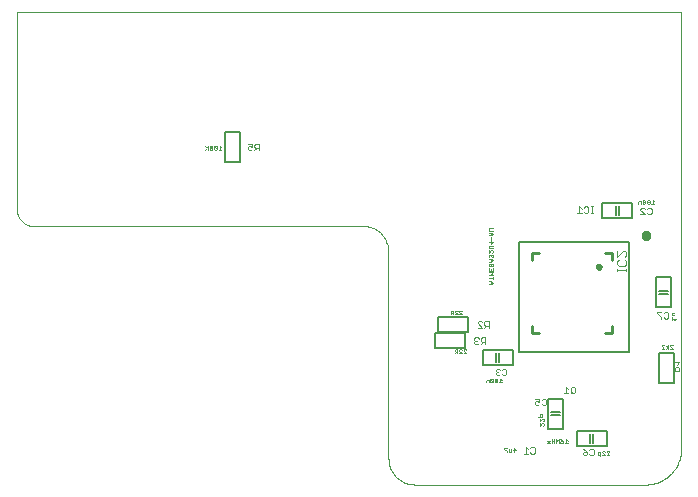
<source format=gbo>
G75*
%MOIN*%
%OFA0B0*%
%FSLAX24Y24*%
%IPPOS*%
%LPD*%
%AMOC8*
5,1,8,0,0,1.08239X$1,22.5*
%
%ADD10C,0.0039*%
%ADD11C,0.0020*%
%ADD12C,0.0030*%
%ADD13C,0.0050*%
%ADD14C,0.0040*%
%ADD15C,0.0079*%
%ADD16C,0.0157*%
%ADD17C,0.0100*%
D10*
X000639Y008800D02*
X011639Y008800D01*
X011696Y008798D01*
X011753Y008793D01*
X011810Y008783D01*
X011865Y008770D01*
X011920Y008754D01*
X011974Y008733D01*
X012026Y008710D01*
X012077Y008683D01*
X012125Y008653D01*
X012172Y008619D01*
X012216Y008583D01*
X012258Y008544D01*
X012297Y008502D01*
X012333Y008458D01*
X012367Y008411D01*
X012397Y008363D01*
X012424Y008312D01*
X012447Y008260D01*
X012468Y008206D01*
X012484Y008151D01*
X012497Y008096D01*
X012507Y008039D01*
X012512Y007982D01*
X012514Y007925D01*
X012514Y001050D01*
X012516Y000993D01*
X012521Y000936D01*
X012531Y000879D01*
X012544Y000824D01*
X012560Y000769D01*
X012581Y000715D01*
X012604Y000663D01*
X012631Y000613D01*
X012661Y000564D01*
X012695Y000517D01*
X012731Y000473D01*
X012770Y000431D01*
X012812Y000392D01*
X012856Y000356D01*
X012903Y000322D01*
X012952Y000292D01*
X013002Y000265D01*
X013054Y000242D01*
X013108Y000221D01*
X013163Y000205D01*
X013218Y000192D01*
X013275Y000182D01*
X013332Y000177D01*
X013389Y000175D01*
X021014Y000175D01*
X022264Y001300D02*
X022264Y015925D01*
X000139Y015925D01*
X000139Y009300D01*
X000141Y009256D01*
X000147Y009213D01*
X000156Y009171D01*
X000169Y009129D01*
X000186Y009089D01*
X000206Y009050D01*
X000229Y009013D01*
X000256Y008979D01*
X000285Y008946D01*
X000318Y008917D01*
X000352Y008890D01*
X000389Y008867D01*
X000428Y008847D01*
X000468Y008830D01*
X000510Y008817D01*
X000552Y008808D01*
X000595Y008802D01*
X000639Y008800D01*
X021015Y000176D02*
X021081Y000174D01*
X021148Y000176D01*
X021214Y000182D01*
X021280Y000192D01*
X021346Y000205D01*
X021410Y000222D01*
X021474Y000242D01*
X021536Y000266D01*
X021597Y000294D01*
X021656Y000324D01*
X021713Y000358D01*
X021768Y000396D01*
X021822Y000436D01*
X021872Y000479D01*
X021921Y000525D01*
X021966Y000574D01*
X022009Y000625D01*
X022049Y000678D01*
X022086Y000734D01*
X022120Y000792D01*
X022150Y000851D01*
X022177Y000912D01*
X022201Y000974D01*
X022221Y001038D01*
X022237Y001103D01*
X022250Y001168D01*
X022259Y001234D01*
X022264Y001301D01*
D11*
X019358Y001337D02*
X019358Y001190D01*
X019322Y001154D01*
X019248Y001154D01*
X019211Y001190D01*
X019137Y001190D02*
X019101Y001154D01*
X019027Y001154D01*
X018990Y001190D01*
X018990Y001227D01*
X019027Y001264D01*
X019137Y001264D01*
X019137Y001190D01*
X019137Y001264D02*
X019064Y001337D01*
X018990Y001374D01*
X019211Y001337D02*
X019248Y001374D01*
X019322Y001374D01*
X019358Y001337D01*
X017769Y002851D02*
X017733Y002814D01*
X017659Y002814D01*
X017622Y002851D01*
X017548Y002851D02*
X017512Y002814D01*
X017438Y002814D01*
X017401Y002851D01*
X017401Y002924D01*
X017438Y002961D01*
X017475Y002961D01*
X017548Y002924D01*
X017548Y003034D01*
X017401Y003034D01*
X017622Y002998D02*
X017659Y003034D01*
X017733Y003034D01*
X017769Y002998D01*
X017769Y002851D01*
X018364Y003216D02*
X018510Y003216D01*
X018437Y003216D02*
X018437Y003436D01*
X018510Y003362D01*
X018585Y003399D02*
X018585Y003252D01*
X018621Y003216D01*
X018695Y003216D01*
X018731Y003252D01*
X018731Y003399D01*
X018695Y003436D01*
X018621Y003436D01*
X018585Y003399D01*
X018658Y003289D02*
X018585Y003216D01*
X017351Y001428D02*
X017388Y001391D01*
X017388Y001244D01*
X017351Y001208D01*
X017278Y001208D01*
X017241Y001244D01*
X017167Y001208D02*
X017020Y001208D01*
X017093Y001208D02*
X017093Y001428D01*
X017167Y001354D01*
X017241Y001391D02*
X017278Y001428D01*
X017351Y001428D01*
X015744Y004859D02*
X015744Y005079D01*
X015634Y005079D01*
X015597Y005042D01*
X015597Y004969D01*
X015634Y004932D01*
X015744Y004932D01*
X015671Y004932D02*
X015597Y004859D01*
X015523Y004896D02*
X015486Y004859D01*
X015413Y004859D01*
X015376Y004896D01*
X015376Y004932D01*
X015413Y004969D01*
X015450Y004969D01*
X015413Y004969D02*
X015376Y005006D01*
X015376Y005042D01*
X015413Y005079D01*
X015486Y005079D01*
X015523Y005042D01*
X015482Y005400D02*
X015628Y005400D01*
X015482Y005547D01*
X015482Y005583D01*
X015518Y005620D01*
X015592Y005620D01*
X015628Y005583D01*
X015703Y005583D02*
X015703Y005510D01*
X015739Y005473D01*
X015849Y005473D01*
X015776Y005473D02*
X015703Y005400D01*
X015849Y005400D02*
X015849Y005620D01*
X015739Y005620D01*
X015703Y005583D01*
X018808Y009223D02*
X018954Y009223D01*
X018881Y009223D02*
X018881Y009443D01*
X018954Y009369D01*
X019029Y009406D02*
X019065Y009443D01*
X019139Y009443D01*
X019175Y009406D01*
X019175Y009259D01*
X019139Y009223D01*
X019065Y009223D01*
X019029Y009259D01*
X019249Y009223D02*
X019323Y009223D01*
X019286Y009223D02*
X019286Y009443D01*
X019323Y009443D02*
X019249Y009443D01*
X020915Y009373D02*
X020952Y009409D01*
X021025Y009409D01*
X021062Y009373D01*
X021136Y009373D02*
X021173Y009409D01*
X021246Y009409D01*
X021283Y009373D01*
X021283Y009226D01*
X021246Y009189D01*
X021173Y009189D01*
X021136Y009226D01*
X021062Y009189D02*
X020915Y009189D01*
X020915Y009336D02*
X020915Y009373D01*
X020915Y009336D02*
X021062Y009189D01*
X021463Y005927D02*
X021463Y005890D01*
X021610Y005743D01*
X021610Y005706D01*
X021684Y005743D02*
X021721Y005706D01*
X021794Y005706D01*
X021831Y005743D01*
X021831Y005890D01*
X021794Y005927D01*
X021721Y005927D01*
X021684Y005890D01*
X021610Y005927D02*
X021463Y005927D01*
X021993Y004319D02*
X021993Y004172D01*
X021993Y004245D02*
X022213Y004245D01*
X022140Y004172D01*
X022176Y004098D02*
X022103Y004098D01*
X022066Y004061D01*
X022066Y003951D01*
X021993Y003951D02*
X022213Y003951D01*
X022213Y004061D01*
X022176Y004098D01*
X022066Y004024D02*
X021993Y004098D01*
X008192Y011310D02*
X008192Y011530D01*
X008082Y011530D01*
X008045Y011493D01*
X008045Y011420D01*
X008082Y011383D01*
X008192Y011383D01*
X008118Y011383D02*
X008045Y011310D01*
X007971Y011347D02*
X007934Y011310D01*
X007861Y011310D01*
X007824Y011347D01*
X007824Y011420D01*
X007861Y011457D01*
X007897Y011457D01*
X007971Y011420D01*
X007971Y011530D01*
X007824Y011530D01*
D12*
X006937Y011427D02*
X006894Y011470D01*
X006894Y011340D01*
X006937Y011340D02*
X006850Y011340D01*
X006790Y011362D02*
X006703Y011448D01*
X006703Y011362D01*
X006724Y011340D01*
X006768Y011340D01*
X006790Y011362D01*
X006790Y011448D01*
X006768Y011470D01*
X006724Y011470D01*
X006703Y011448D01*
X006642Y011448D02*
X006621Y011470D01*
X006577Y011470D01*
X006555Y011448D01*
X006642Y011362D01*
X006621Y011340D01*
X006577Y011340D01*
X006555Y011362D01*
X006555Y011448D01*
X006495Y011470D02*
X006495Y011340D01*
X006495Y011383D02*
X006408Y011470D01*
X006473Y011405D02*
X006408Y011340D01*
X006642Y011362D02*
X006642Y011448D01*
X014584Y005953D02*
X014584Y005910D01*
X014605Y005888D01*
X014670Y005888D01*
X014627Y005888D02*
X014584Y005845D01*
X014670Y005845D02*
X014670Y005975D01*
X014605Y005975D01*
X014584Y005953D01*
X014731Y005953D02*
X014753Y005975D01*
X014796Y005975D01*
X014818Y005953D01*
X014878Y005953D02*
X014900Y005975D01*
X014943Y005975D01*
X014965Y005953D01*
X014878Y005953D02*
X014878Y005932D01*
X014965Y005845D01*
X014878Y005845D01*
X014818Y005845D02*
X014731Y005932D01*
X014731Y005953D01*
X014731Y005845D02*
X014818Y005845D01*
X015855Y006864D02*
X015942Y006864D01*
X015985Y006908D01*
X015942Y006951D01*
X015855Y006951D01*
X015920Y006951D02*
X015920Y006864D01*
X015985Y007012D02*
X015985Y007098D01*
X015985Y007055D02*
X015855Y007055D01*
X015855Y007159D02*
X015985Y007159D01*
X015942Y007202D01*
X015985Y007246D01*
X015855Y007246D01*
X015855Y007306D02*
X015855Y007393D01*
X015877Y007454D02*
X015855Y007475D01*
X015855Y007519D01*
X015877Y007540D01*
X015920Y007540D01*
X015920Y007497D01*
X015963Y007454D02*
X015877Y007454D01*
X015963Y007454D02*
X015985Y007475D01*
X015985Y007519D01*
X015963Y007540D01*
X015942Y007601D02*
X015985Y007644D01*
X015942Y007688D01*
X015855Y007688D01*
X015877Y007748D02*
X015855Y007770D01*
X015855Y007813D01*
X015877Y007835D01*
X015898Y007835D01*
X015920Y007813D01*
X015920Y007792D01*
X015920Y007813D02*
X015942Y007835D01*
X015963Y007835D01*
X015985Y007813D01*
X015985Y007770D01*
X015963Y007748D01*
X015920Y007688D02*
X015920Y007601D01*
X015942Y007601D02*
X015855Y007601D01*
X015985Y007393D02*
X015985Y007306D01*
X015855Y007306D01*
X015920Y007306D02*
X015920Y007350D01*
X015963Y007896D02*
X015985Y007917D01*
X015985Y007961D01*
X015963Y007982D01*
X015942Y007982D01*
X015855Y007896D01*
X015855Y007982D01*
X015877Y008043D02*
X015855Y008065D01*
X015855Y008108D01*
X015877Y008130D01*
X015985Y008130D01*
X015985Y008043D02*
X015877Y008043D01*
X015920Y008190D02*
X015920Y008277D01*
X015920Y008338D02*
X015920Y008424D01*
X015920Y008485D02*
X015920Y008572D01*
X015942Y008572D02*
X015855Y008572D01*
X015877Y008632D02*
X015855Y008654D01*
X015855Y008697D01*
X015877Y008719D01*
X015985Y008719D01*
X015985Y008632D02*
X015877Y008632D01*
X015942Y008572D02*
X015985Y008528D01*
X015942Y008485D01*
X015855Y008485D01*
X015855Y008255D02*
X015985Y008255D01*
X015920Y008190D01*
X015088Y004684D02*
X015110Y004662D01*
X015088Y004684D02*
X015044Y004684D01*
X015023Y004662D01*
X015023Y004641D01*
X015110Y004554D01*
X015023Y004554D01*
X014962Y004554D02*
X014875Y004641D01*
X014875Y004662D01*
X014897Y004684D01*
X014941Y004684D01*
X014962Y004662D01*
X014962Y004554D02*
X014875Y004554D01*
X014815Y004554D02*
X014815Y004684D01*
X014750Y004684D01*
X014728Y004662D01*
X014728Y004619D01*
X014750Y004597D01*
X014815Y004597D01*
X014771Y004597D02*
X014728Y004554D01*
X015762Y003642D02*
X015762Y003577D01*
X015762Y003642D02*
X015784Y003664D01*
X015849Y003664D01*
X015849Y003577D01*
X015909Y003599D02*
X015909Y003686D01*
X015996Y003599D01*
X015974Y003577D01*
X015931Y003577D01*
X015909Y003599D01*
X015909Y003686D02*
X015931Y003707D01*
X015974Y003707D01*
X015996Y003686D01*
X015996Y003599D01*
X016057Y003599D02*
X016078Y003577D01*
X016122Y003577D01*
X016143Y003599D01*
X016057Y003686D01*
X016057Y003599D01*
X016143Y003599D02*
X016143Y003686D01*
X016122Y003707D01*
X016078Y003707D01*
X016057Y003686D01*
X016204Y003577D02*
X016291Y003577D01*
X016247Y003577D02*
X016247Y003707D01*
X016291Y003664D01*
X017558Y002500D02*
X017558Y002435D01*
X017515Y002435D02*
X017645Y002435D01*
X017645Y002500D01*
X017623Y002522D01*
X017580Y002522D01*
X017558Y002500D01*
X017558Y002375D02*
X017558Y002288D01*
X017645Y002375D01*
X017667Y002375D01*
X017689Y002353D01*
X017689Y002309D01*
X017667Y002288D01*
X017667Y002227D02*
X017689Y002206D01*
X017689Y002162D01*
X017667Y002140D01*
X017667Y002227D02*
X017645Y002227D01*
X017558Y002140D01*
X017558Y002227D01*
X017806Y001641D02*
X017893Y001554D01*
X017806Y001554D01*
X017806Y001641D02*
X017893Y001641D01*
X017954Y001619D02*
X018041Y001619D01*
X018041Y001554D02*
X018041Y001684D01*
X018101Y001684D02*
X018101Y001554D01*
X018188Y001554D02*
X018188Y001684D01*
X018145Y001641D01*
X018101Y001684D01*
X017954Y001684D02*
X017954Y001554D01*
X018248Y001576D02*
X018248Y001598D01*
X018270Y001619D01*
X018335Y001619D01*
X018335Y001576D01*
X018314Y001554D01*
X018270Y001554D01*
X018248Y001576D01*
X018292Y001663D02*
X018335Y001619D01*
X018292Y001663D02*
X018248Y001684D01*
X018439Y001684D02*
X018439Y001554D01*
X018396Y001554D02*
X018483Y001554D01*
X018483Y001641D02*
X018439Y001684D01*
X019490Y001233D02*
X019490Y001190D01*
X019511Y001168D01*
X019577Y001168D01*
X019577Y001125D02*
X019577Y001255D01*
X019511Y001255D01*
X019490Y001233D01*
X019637Y001255D02*
X019637Y001276D01*
X019659Y001298D01*
X019702Y001298D01*
X019724Y001276D01*
X019784Y001276D02*
X019806Y001298D01*
X019849Y001298D01*
X019871Y001276D01*
X019784Y001276D02*
X019784Y001255D01*
X019871Y001168D01*
X019784Y001168D01*
X019724Y001168D02*
X019637Y001255D01*
X019637Y001168D02*
X019724Y001168D01*
X016753Y001325D02*
X016667Y001325D01*
X016606Y001346D02*
X016606Y001281D01*
X016584Y001260D01*
X016519Y001260D01*
X016519Y001346D01*
X016459Y001390D02*
X016372Y001390D01*
X016372Y001368D01*
X016459Y001281D01*
X016459Y001260D01*
X016688Y001260D02*
X016688Y001390D01*
X016753Y001325D01*
X021627Y004709D02*
X021713Y004709D01*
X021627Y004795D01*
X021627Y004817D01*
X021648Y004839D01*
X021692Y004839D01*
X021713Y004817D01*
X021771Y004795D02*
X021836Y004752D01*
X021771Y004709D01*
X021836Y004709D02*
X021836Y004839D01*
X021897Y004817D02*
X021919Y004839D01*
X021962Y004839D01*
X021984Y004817D01*
X021897Y004817D02*
X021897Y004795D01*
X021984Y004709D01*
X021897Y004709D01*
X021960Y005666D02*
X021960Y005753D01*
X021960Y005709D02*
X022090Y005709D01*
X022047Y005666D01*
X022047Y005813D02*
X021982Y005813D01*
X021960Y005835D01*
X021960Y005900D01*
X022047Y005900D01*
X020437Y007279D02*
X020437Y007376D01*
X020437Y007328D02*
X020147Y007328D01*
X020147Y007376D02*
X020147Y007279D01*
X020195Y007476D02*
X020147Y007524D01*
X020147Y007621D01*
X020195Y007669D01*
X020147Y007770D02*
X020340Y007964D01*
X020389Y007964D01*
X020437Y007915D01*
X020437Y007819D01*
X020389Y007770D01*
X020389Y007669D02*
X020437Y007621D01*
X020437Y007524D01*
X020389Y007476D01*
X020195Y007476D01*
X020147Y007770D02*
X020147Y007964D01*
X020835Y009529D02*
X020835Y009594D01*
X020857Y009615D01*
X020922Y009615D01*
X020922Y009529D01*
X020982Y009550D02*
X021004Y009529D01*
X021047Y009529D01*
X021069Y009550D01*
X020982Y009637D01*
X020982Y009550D01*
X021069Y009550D02*
X021069Y009637D01*
X021047Y009659D01*
X021004Y009659D01*
X020982Y009637D01*
X021130Y009637D02*
X021216Y009550D01*
X021195Y009529D01*
X021151Y009529D01*
X021130Y009550D01*
X021130Y009637D01*
X021151Y009659D01*
X021195Y009659D01*
X021216Y009637D01*
X021216Y009550D01*
X021277Y009529D02*
X021364Y009529D01*
X021320Y009529D02*
X021320Y009659D01*
X021364Y009615D01*
D13*
X020646Y009556D02*
X020646Y009056D01*
X019646Y009056D01*
X019646Y009556D01*
X020646Y009556D01*
X020196Y009466D02*
X020196Y009146D01*
X020096Y009146D02*
X020096Y009466D01*
X021435Y007077D02*
X021435Y006077D01*
X021935Y006077D01*
X021935Y007077D01*
X021435Y007077D01*
X021525Y006627D02*
X021845Y006627D01*
X021845Y006527D02*
X021525Y006527D01*
X021533Y004566D02*
X021533Y003566D01*
X022033Y003566D01*
X022033Y004566D01*
X021533Y004566D01*
X019790Y001954D02*
X018790Y001954D01*
X018790Y001454D01*
X019790Y001454D01*
X019790Y001954D01*
X019340Y001864D02*
X019340Y001544D01*
X019240Y001544D02*
X019240Y001864D01*
X018334Y002040D02*
X018334Y003040D01*
X017834Y003040D01*
X017834Y002040D01*
X018334Y002040D01*
X018244Y002490D02*
X017924Y002490D01*
X017924Y002590D02*
X018244Y002590D01*
X016653Y004155D02*
X016653Y004655D01*
X015653Y004655D01*
X015653Y004155D01*
X016653Y004155D01*
X016203Y004245D02*
X016203Y004565D01*
X016103Y004565D02*
X016103Y004245D01*
X015062Y004726D02*
X015062Y005226D01*
X014062Y005226D01*
X014062Y004726D01*
X015062Y004726D01*
X015167Y005267D02*
X015167Y005767D01*
X014167Y005767D01*
X014167Y005267D01*
X015167Y005267D01*
X007577Y010925D02*
X007077Y010925D01*
X007077Y011925D01*
X007577Y011925D01*
X007577Y010925D01*
D14*
X016094Y003993D02*
X016094Y003960D01*
X016127Y003927D01*
X016094Y003893D01*
X016094Y003860D01*
X016127Y003827D01*
X016194Y003827D01*
X016227Y003860D01*
X016315Y003860D02*
X016348Y003827D01*
X016415Y003827D01*
X016448Y003860D01*
X016448Y003993D01*
X016415Y004027D01*
X016348Y004027D01*
X016315Y003993D01*
X016227Y003993D02*
X016194Y004027D01*
X016127Y004027D01*
X016094Y003993D01*
X016127Y003927D02*
X016160Y003927D01*
D15*
X016867Y004598D02*
X020529Y004598D01*
X020529Y008259D01*
X016867Y008259D01*
X016867Y004598D01*
D16*
X021020Y008476D02*
X021022Y008494D01*
X021028Y008510D01*
X021037Y008525D01*
X021050Y008538D01*
X021065Y008547D01*
X021081Y008553D01*
X021099Y008555D01*
X021117Y008553D01*
X021133Y008547D01*
X021148Y008538D01*
X021161Y008525D01*
X021170Y008510D01*
X021176Y008494D01*
X021178Y008476D01*
X021176Y008458D01*
X021170Y008442D01*
X021161Y008427D01*
X021148Y008414D01*
X021133Y008405D01*
X021117Y008399D01*
X021099Y008397D01*
X021081Y008399D01*
X021065Y008405D01*
X021050Y008414D01*
X021037Y008427D01*
X021028Y008442D01*
X021022Y008458D01*
X021020Y008476D01*
D17*
X019978Y007889D02*
X019742Y007889D01*
X019978Y007889D02*
X019978Y007652D01*
X019463Y007436D02*
X019465Y007451D01*
X019471Y007466D01*
X019480Y007478D01*
X019492Y007488D01*
X019506Y007495D01*
X019521Y007498D01*
X019537Y007497D01*
X019551Y007492D01*
X019565Y007484D01*
X019575Y007472D01*
X019583Y007459D01*
X019587Y007444D01*
X019587Y007428D01*
X019583Y007413D01*
X019575Y007400D01*
X019565Y007388D01*
X019551Y007380D01*
X019537Y007375D01*
X019521Y007374D01*
X019506Y007377D01*
X019492Y007384D01*
X019480Y007394D01*
X019471Y007406D01*
X019465Y007421D01*
X019463Y007436D01*
X017537Y007889D02*
X017301Y007889D01*
X017301Y007652D01*
X017301Y005448D02*
X017301Y005211D01*
X017537Y005211D01*
X019742Y005211D02*
X019978Y005211D01*
X019978Y005448D01*
M02*

</source>
